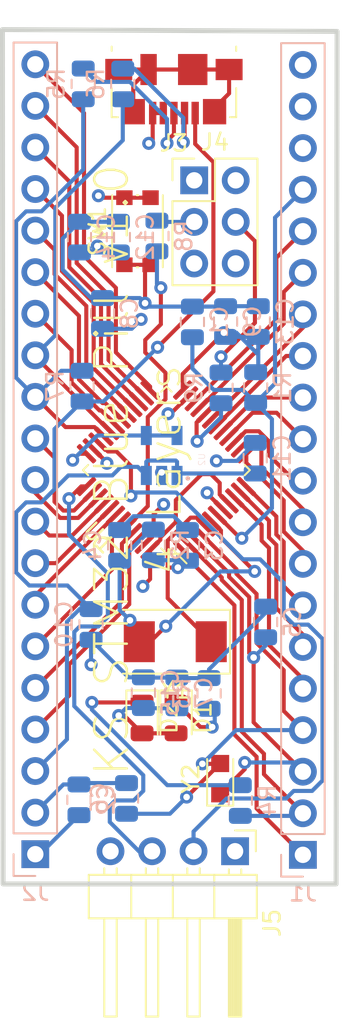
<source format=kicad_pcb>
(kicad_pcb (version 20171130) (host pcbnew "(5.1.6)-1")
  (layers (0 F.Cu signal) (1 GND signal hide) (2 3V3 signal hide) (31 B.Cu signal) (34 B.Paste user hide) (35 F.Paste user hide) (36 B.SilkS user hide) (37 F.SilkS user) (38 B.Mask user hide) (39 F.Mask user hide) (44 Edge.Cuts user))
  (net 0 "")
  (net 1 GND)
  (net 2 /RESET)
  (net 3 /3V3)
  (net 4 "Net-(C3-Pad2)")
  (net 5 /OSCIN)
  (net 6 /OSCOUT)
  (net 7 /PC14)
  (net 8 /PC15)
  (net 9 /5V)
  (net 10 "Net-(D1-Pad1)")
  (net 11 "Net-(D2-Pad1)")
  (net 12 /PB11)
  (net 13 /PB10)
  (net 14 /PB1)
  (net 15 /PB0)
  (net 16 /PA7)
  (net 17 /PA6)
  (net 18 /PA5)
  (net 19 /PA4)
  (net 20 /PA3)
  (net 21 /PA2)
  (net 22 /PA1)
  (net 23 /PA0)
  (net 24 /PC13)
  (net 25 /VBAT)
  (net 26 /PB12)
  (net 27 /PB13)
  (net 28 /PB14)
  (net 29 /PB15)
  (net 30 /PA8)
  (net 31 /PA9)
  (net 32 /PA10)
  (net 33 /PA11)
  (net 34 /PA12)
  (net 35 /PA15)
  (net 36 /PB3)
  (net 37 /PB4)
  (net 38 /PB5)
  (net 39 /PB6)
  (net 40 /PB7)
  (net 41 /PB8)
  (net 42 /PB9)
  (net 43 "Net-(J3-Pad6)")
  (net 44 "Net-(J3-Pad3)")
  (net 45 "Net-(J3-Pad2)")
  (net 46 "Net-(J4-Pad4)")
  (net 47 "Net-(J4-Pad3)")
  (net 48 /SWCLK)
  (net 49 /SWIO)
  (net 50 /BOOT0)
  (net 51 /BOOT1)
  (module Connector_USB:USB_Micro-B_Molex_47346-0001 (layer F.Cu) (at 130.43 63.61 180)
    (fp_text reference J3 (at 0 -3.3 180) (layer F.SilkS))
    (fp_text value USB_B_Micro)
    (pad 6 smd rect (at 1.55 1.2 180) (size 1 1.9) (layers F.Cu F.Paste F.Mask) (net 43 "Net-(J3-Pad6)"))
    (pad 6 smd rect (at -1.15 1.2 180) (size 1.8 1.9) (layers F.Cu F.Paste F.Mask) (net 43 "Net-(J3-Pad6)"))
    (pad 6 smd rect (at 3.375 1.2 180) (size 1.65 1.3) (layers F.Cu F.Paste F.Mask) (net 43 "Net-(J3-Pad6)"))
    (pad 6 smd rect (at -3.375 1.2 180) (size 1.65 1.3) (layers F.Cu F.Paste F.Mask) (net 43 "Net-(J3-Pad6)"))
    (pad 6 smd rect (at 2.4875 -1.375 180) (size 1.425 1.55) (layers F.Cu F.Paste F.Mask) (net 43 "Net-(J3-Pad6)"))
    (pad 6 smd rect (at -2.4875 -1.375 180) (size 1.425 1.55) (layers F.Cu F.Paste F.Mask) (net 43 "Net-(J3-Pad6)"))
    (pad 5 smd rect (at 1.3 -1.46 180) (size 0.45 1.38) (layers F.Cu F.Paste F.Mask) (net 1 GND))
    (pad 4 smd rect (at 0.65 -1.46 180) (size 0.45 1.38) (layers F.Cu F.Paste F.Mask) (net 1 GND))
    (pad 3 smd rect (at 0 -1.46 180) (size 0.45 1.38) (layers F.Cu F.Paste F.Mask) (net 44 "Net-(J3-Pad3)"))
    (pad 2 smd rect (at -0.65 -1.46 180) (size 0.45 1.38) (layers F.Cu F.Paste F.Mask) (net 45 "Net-(J3-Pad2)"))
    (pad 1 smd rect (at -1.3 -1.46 180) (size 0.45 1.38) (layers F.Cu F.Paste F.Mask) (net 9 /5V))
  )
  (module Button_Switch_SMD:SW_Push_1P1T_NO_CK_KMR2 (layer F.Cu) (at 128.2 72.29 90)
    (fp_text reference SW1 (at 0 -2.45 90) (layer F.SilkS))
    (fp_text value SW_MEC_5G)
    (pad 2 smd rect (at 2.05 0.8 90) (size 0.9 1) (layers F.Cu F.Paste F.Mask) (net 1 GND))
    (pad 1 smd rect (at 2.05 -0.8 90) (size 0.9 1) (layers F.Cu F.Paste F.Mask) (net 1 GND))
    (pad 2 smd rect (at -2.05 0.8 90) (size 0.9 1) (layers F.Cu F.Paste F.Mask) (net 1 GND))
    (pad 1 smd rect (at -2.05 -0.8 90) (size 0.9 1) (layers F.Cu F.Paste F.Mask) (net 1 GND))
  )
  (module Crystal:Crystal_SMD_2012-2Pin_2.0x1.2mm_HandSoldering (layer F.Cu) (at 133.26 105.735 90)
    (fp_text reference Y2 (at 0 -1.8 90) (layer F.SilkS))
    (fp_text value Crystal)
    (pad 2 smd rect (at 0.925 0 90) (size 1.05 1.1) (layers F.Cu F.Paste F.Mask) (net 8 /PC15))
    (pad 1 smd rect (at -0.925 0 90) (size 1.05 1.1) (layers F.Cu F.Paste F.Mask) (net 7 /PC14))
  )
  (module Crystal:Crystal_SMD_0603-2Pin_6.0x3.5mm (layer F.Cu) (at 130.51 97.37 180)
    (fp_text reference Y1 (at 0 -2.95) (layer F.SilkS))
    (fp_text value Crystal)
    (pad 2 smd rect (at 2.2 0 180) (size 1.9 2.5) (layers F.Cu F.Paste F.Mask) (net 6 /OSCOUT))
    (pad 1 smd rect (at -2.2 0 180) (size 1.9 2.5) (layers F.Cu F.Paste F.Mask) (net 5 /OSCIN))
  )
  (module STM32_blue_pill:SOT94P279X129-5N (layer B.Cu) (at 129.68 85.99 90)
    (fp_text reference U2 (at -0.250735 2.457239 90) (layer B.SilkS) (effects (font (size 0.394865 0.394865) (thickness 0.015)) (justify mirror)))
    (fp_text value RT9193-33GB)
    (pad 1 smd rect (at -1.22 0.94 90) (size 1.17 0.67) (layers B.Cu B.Paste B.Mask) (net 9 /5V))
    (pad 2 smd rect (at -1.22 0 90) (size 1.17 0.67) (layers B.Cu B.Paste B.Mask) (net 1 GND))
    (pad 3 smd rect (at -1.22 -0.94 90) (size 1.17 0.67) (layers B.Cu B.Paste B.Mask) (net 9 /5V))
    (pad 4 smd rect (at 1.22 -0.94 90) (size 1.17 0.67) (layers B.Cu B.Paste B.Mask) (net 3 /3V3))
    (pad 5 smd rect (at 1.22 0.94 90) (size 1.17 0.67) (layers B.Cu B.Paste B.Mask) (net 3 /3V3))
  )
  (module Package_QFP:LQFP-48_7x7mm_P0.5mm (layer F.Cu) (at 129.971212 86.882124 135)
    (fp_text reference U1 (at 0 -5.85 135) (layer F.SilkS))
    (fp_text value STM32F103C8Tx)
    (pad 48 smd roundrect (at -2.75 -4.1625 135) (size 0.3 1.475) (layers F.Cu F.Paste F.Mask) (net 3 /3V3))
    (pad 47 smd roundrect (at -2.25 -4.1625 135) (size 0.3 1.475) (layers F.Cu F.Paste F.Mask) (net 1 GND))
    (pad 46 smd roundrect (at -1.75 -4.1625 135) (size 0.3 1.475) (layers F.Cu F.Paste F.Mask) (net 42 /PB9))
    (pad 45 smd roundrect (at -1.25 -4.1625 135) (size 0.3 1.475) (layers F.Cu F.Paste F.Mask) (net 41 /PB8))
    (pad 44 smd roundrect (at -0.75 -4.1625 135) (size 0.3 1.475) (layers F.Cu F.Paste F.Mask) (net 50 /BOOT0))
    (pad 43 smd roundrect (at -0.25 -4.1625 135) (size 0.3 1.475) (layers F.Cu F.Paste F.Mask) (net 40 /PB7))
    (pad 42 smd roundrect (at 0.25 -4.1625 135) (size 0.3 1.475) (layers F.Cu F.Paste F.Mask) (net 39 /PB6))
    (pad 41 smd roundrect (at 0.75 -4.1625 135) (size 0.3 1.475) (layers F.Cu F.Paste F.Mask) (net 38 /PB5))
    (pad 40 smd roundrect (at 1.25 -4.1625 135) (size 0.3 1.475) (layers F.Cu F.Paste F.Mask) (net 37 /PB4))
    (pad 39 smd roundrect (at 1.75 -4.1625 135) (size 0.3 1.475) (layers F.Cu F.Paste F.Mask) (net 36 /PB3))
    (pad 38 smd roundrect (at 2.25 -4.1625 135) (size 0.3 1.475) (layers F.Cu F.Paste F.Mask) (net 35 /PA15))
    (pad 37 smd roundrect (at 2.75 -4.1625 135) (size 0.3 1.475) (layers F.Cu F.Paste F.Mask) (net 48 /SWCLK))
    (pad 36 smd roundrect (at 4.1625 -2.75 135) (size 1.475 0.3) (layers F.Cu F.Paste F.Mask) (net 3 /3V3))
    (pad 35 smd roundrect (at 4.1625 -2.25 135) (size 1.475 0.3) (layers F.Cu F.Paste F.Mask) (net 1 GND))
    (pad 34 smd roundrect (at 4.1625 -1.75 135) (size 1.475 0.3) (layers F.Cu F.Paste F.Mask) (net 49 /SWIO))
    (pad 33 smd roundrect (at 4.1625 -1.25 135) (size 1.475 0.3) (layers F.Cu F.Paste F.Mask) (net 34 /PA12))
    (pad 32 smd roundrect (at 4.1625 -0.75 135) (size 1.475 0.3) (layers F.Cu F.Paste F.Mask) (net 33 /PA11))
    (pad 31 smd roundrect (at 4.1625 -0.25 135) (size 1.475 0.3) (layers F.Cu F.Paste F.Mask) (net 32 /PA10))
    (pad 30 smd roundrect (at 4.1625 0.25 135) (size 1.475 0.3) (layers F.Cu F.Paste F.Mask) (net 31 /PA9))
    (pad 29 smd roundrect (at 4.1625 0.75 135) (size 1.475 0.3) (layers F.Cu F.Paste F.Mask) (net 30 /PA8))
    (pad 28 smd roundrect (at 4.1625 1.25 135) (size 1.475 0.3) (layers F.Cu F.Paste F.Mask) (net 29 /PB15))
    (pad 27 smd roundrect (at 4.1625 1.75 135) (size 1.475 0.3) (layers F.Cu F.Paste F.Mask) (net 28 /PB14))
    (pad 26 smd roundrect (at 4.1625 2.25 135) (size 1.475 0.3) (layers F.Cu F.Paste F.Mask) (net 27 /PB13))
    (pad 25 smd roundrect (at 4.1625 2.75 135) (size 1.475 0.3) (layers F.Cu F.Paste F.Mask) (net 26 /PB12))
    (pad 24 smd roundrect (at 2.75 4.1625 135) (size 0.3 1.475) (layers F.Cu F.Paste F.Mask) (net 3 /3V3))
    (pad 23 smd roundrect (at 2.25 4.1625 135) (size 0.3 1.475) (layers F.Cu F.Paste F.Mask) (net 1 GND))
    (pad 22 smd roundrect (at 1.75 4.1625 135) (size 0.3 1.475) (layers F.Cu F.Paste F.Mask) (net 12 /PB11))
    (pad 21 smd roundrect (at 1.25 4.1625 135) (size 0.3 1.475) (layers F.Cu F.Paste F.Mask) (net 13 /PB10))
    (pad 20 smd roundrect (at 0.75 4.1625 135) (size 0.3 1.475) (layers F.Cu F.Paste F.Mask) (net 51 /BOOT1))
    (pad 19 smd roundrect (at 0.25 4.1625 135) (size 0.3 1.475) (layers F.Cu F.Paste F.Mask) (net 14 /PB1))
    (pad 18 smd roundrect (at -0.25 4.1625 135) (size 0.3 1.475) (layers F.Cu F.Paste F.Mask) (net 15 /PB0))
    (pad 17 smd roundrect (at -0.75 4.1625 135) (size 0.3 1.475) (layers F.Cu F.Paste F.Mask) (net 16 /PA7))
    (pad 16 smd roundrect (at -1.25 4.1625 135) (size 0.3 1.475) (layers F.Cu F.Paste F.Mask) (net 17 /PA6))
    (pad 15 smd roundrect (at -1.75 4.1625 135) (size 0.3 1.475) (layers F.Cu F.Paste F.Mask) (net 18 /PA5))
    (pad 14 smd roundrect (at -2.25 4.1625 135) (size 0.3 1.475) (layers F.Cu F.Paste F.Mask) (net 19 /PA4))
    (pad 13 smd roundrect (at -2.75 4.1625 135) (size 0.3 1.475) (layers F.Cu F.Paste F.Mask) (net 20 /PA3))
    (pad 12 smd roundrect (at -4.1625 2.75 135) (size 1.475 0.3) (layers F.Cu F.Paste F.Mask) (net 21 /PA2))
    (pad 11 smd roundrect (at -4.1625 2.25 135) (size 1.475 0.3) (layers F.Cu F.Paste F.Mask) (net 22 /PA1))
    (pad 10 smd roundrect (at -4.1625 1.75 135) (size 1.475 0.3) (layers F.Cu F.Paste F.Mask) (net 23 /PA0))
    (pad 9 smd roundrect (at -4.1625 1.25 135) (size 1.475 0.3) (layers F.Cu F.Paste F.Mask) (net 3 /3V3))
    (pad 8 smd roundrect (at -4.1625 0.75 135) (size 1.475 0.3) (layers F.Cu F.Paste F.Mask) (net 1 GND))
    (pad 7 smd roundrect (at -4.1625 0.25 135) (size 1.475 0.3) (layers F.Cu F.Paste F.Mask) (net 2 /RESET))
    (pad 6 smd roundrect (at -4.1625 -0.25 135) (size 1.475 0.3) (layers F.Cu F.Paste F.Mask) (net 6 /OSCOUT))
    (pad 5 smd roundrect (at -4.1625 -0.75 135) (size 1.475 0.3) (layers F.Cu F.Paste F.Mask) (net 5 /OSCIN))
    (pad 4 smd roundrect (at -4.1625 -1.25 135) (size 1.475 0.3) (layers F.Cu F.Paste F.Mask) (net 8 /PC15))
    (pad 3 smd roundrect (at -4.1625 -1.75 135) (size 1.475 0.3) (layers F.Cu F.Paste F.Mask) (net 7 /PC14))
    (pad 2 smd roundrect (at -4.1625 -2.25 135) (size 1.475 0.3) (layers F.Cu F.Paste F.Mask) (net 24 /PC13))
    (pad 1 smd roundrect (at -4.1625 -2.75 135) (size 1.475 0.3) (layers F.Cu F.Paste F.Mask) (net 25 /VBAT))
  )
  (module Resistor_SMD:R_0805_2012Metric (layer B.Cu) (at 133.31 81.86 270)
    (fp_text reference R9 (at 0 1.65 90) (layer B.SilkS) (effects (justify mirror)))
    (fp_text value R)
    (pad 2 smd roundrect (at 0.9375 0 270) (size 0.975 1.4) (layers B.Cu B.Paste B.Mask) (net 51 /BOOT1))
    (pad 1 smd roundrect (at -0.9375 0 270) (size 0.975 1.4) (layers B.Cu B.Paste B.Mask) (net 46 "Net-(J4-Pad4)"))
  )
  (module Resistor_SMD:R_0805_2012Metric (layer B.Cu) (at 129.39 72.58 90)
    (fp_text reference R8 (at 0 1.65 90) (layer B.SilkS) (effects (justify mirror)))
    (fp_text value R)
    (pad 2 smd roundrect (at 0.9375 0 90) (size 0.975 1.4) (layers B.Cu B.Paste B.Mask) (net 47 "Net-(J4-Pad3)"))
    (pad 1 smd roundrect (at -0.9375 0 90) (size 0.975 1.4) (layers B.Cu B.Paste B.Mask) (net 50 /BOOT0))
  )
  (module Resistor_SMD:R_0805_2012Metric (layer B.Cu) (at 124.81 81.7525 270)
    (fp_text reference R7 (at 0 1.65 90) (layer B.SilkS) (effects (justify mirror)))
    (fp_text value R)
    (pad 2 smd roundrect (at 0.9375 0 270) (size 0.975 1.4) (layers B.Cu B.Paste B.Mask) (net 9 /5V))
    (pad 1 smd roundrect (at -0.9375 0 270) (size 0.975 1.4) (layers B.Cu B.Paste B.Mask) (net 34 /PA12))
  )
  (module Resistor_SMD:R_0805_2012Metric (layer B.Cu) (at 127.3 63.29 270)
    (fp_text reference R6 (at 0 1.65 90) (layer B.SilkS) (effects (justify mirror)))
    (fp_text value R)
    (pad 2 smd roundrect (at 0.9375 0 270) (size 0.975 1.4) (layers B.Cu B.Paste B.Mask) (net 33 /PA11))
    (pad 1 smd roundrect (at -0.9375 0 270) (size 0.975 1.4) (layers B.Cu B.Paste B.Mask) (net 45 "Net-(J3-Pad2)"))
  )
  (module Resistor_SMD:R_0805_2012Metric (layer B.Cu) (at 124.88 63.2875 270)
    (fp_text reference R5 (at 0 1.65 90) (layer B.SilkS) (effects (justify mirror)))
    (fp_text value R)
    (pad 2 smd roundrect (at 0.9375 0 270) (size 0.975 1.4) (layers B.Cu B.Paste B.Mask) (net 34 /PA12))
    (pad 1 smd roundrect (at -0.9375 0 270) (size 0.975 1.4) (layers B.Cu B.Paste B.Mask) (net 44 "Net-(J3-Pad3)"))
  )
  (module Resistor_SMD:R_0805_2012Metric (layer B.Cu) (at 134.49 107.0725 90)
    (fp_text reference R4 (at 0 1.65 90) (layer B.SilkS) (effects (justify mirror)))
    (fp_text value R)
    (pad 2 smd roundrect (at 0.9375 0 90) (size 0.975 1.4) (layers B.Cu B.Paste B.Mask) (net 11 "Net-(D2-Pad1)"))
    (pad 1 smd roundrect (at -0.9375 0 90) (size 0.975 1.4) (layers B.Cu B.Paste B.Mask) (net 24 /PC13))
  )
  (module Resistor_SMD:R_0805_2012Metric (layer B.Cu) (at 132.58 100.5275 270)
    (fp_text reference R3 (at 0 1.65 90) (layer B.SilkS) (effects (justify mirror)))
    (fp_text value R)
    (pad 2 smd roundrect (at 0.9375 0 270) (size 0.975 1.4) (layers B.Cu B.Paste B.Mask) (net 10 "Net-(D1-Pad1)"))
    (pad 1 smd roundrect (at -0.9375 0 270) (size 0.975 1.4) (layers B.Cu B.Paste B.Mask) (net 1 GND))
  )
  (module Resistor_SMD:R_0805_2012Metric (layer B.Cu) (at 129.17 91.4525 90)
    (fp_text reference R2 (at 0 1.65 90) (layer B.SilkS) (effects (justify mirror)))
    (fp_text value R)
    (pad 2 smd roundrect (at 0.9375 0 90) (size 0.975 1.4) (layers B.Cu B.Paste B.Mask) (net 6 /OSCOUT))
    (pad 1 smd roundrect (at -0.9375 0 90) (size 0.975 1.4) (layers B.Cu B.Paste B.Mask) (net 5 /OSCIN))
  )
  (module Resistor_SMD:R_0805_2012Metric (layer B.Cu) (at 135.43 81.84 90)
    (fp_text reference R1 (at 0 1.65 90) (layer B.SilkS) (effects (justify mirror)))
    (fp_text value R)
    (pad 2 smd roundrect (at 0.9375 0 90) (size 0.975 1.4) (layers B.Cu B.Paste B.Mask) (net 3 /3V3))
    (pad 1 smd roundrect (at -0.9375 0 90) (size 0.975 1.4) (layers B.Cu B.Paste B.Mask) (net 2 /RESET))
  )
  (module Connector_PinHeader_2.54mm:PinHeader_1x04_P2.54mm_Horizontal (layer F.Cu) (at 134.17 110.17 270)
    (fp_text reference J5 (at 4.385 -2.27 90) (layer F.SilkS))
    (fp_text value Conn_01x04)
    (pad 4 thru_hole oval (at 0 7.62 270) (size 1.7 1.7) (drill 1) (layers *.Cu *.Mask) (net 1 GND))
    (pad 3 thru_hole oval (at 0 5.08 270) (size 1.7 1.7) (drill 1) (layers *.Cu *.Mask) (net 48 /SWCLK))
    (pad 2 thru_hole oval (at 0 2.54 270) (size 1.7 1.7) (drill 1) (layers *.Cu *.Mask) (net 49 /SWIO))
    (pad 1 thru_hole rect (at 0 0 270) (size 1.7 1.7) (drill 1) (layers *.Cu *.Mask) (net 3 /3V3))
  )
  (module Connector_PinHeader_2.54mm:PinHeader_2x03_P2.54mm_Vertical (layer F.Cu) (at 131.67 69.18)
    (fp_text reference J4 (at 1.27 -2.33) (layer F.SilkS))
    (fp_text value Conn_02x03_Odd_Even)
    (pad 6 thru_hole oval (at 2.54 5.08) (size 1.7 1.7) (drill 1) (layers *.Cu *.Mask) (net 1 GND))
    (pad 5 thru_hole oval (at 0 5.08) (size 1.7 1.7) (drill 1) (layers *.Cu *.Mask) (net 1 GND))
    (pad 4 thru_hole oval (at 2.54 2.54) (size 1.7 1.7) (drill 1) (layers *.Cu *.Mask) (net 46 "Net-(J4-Pad4)"))
    (pad 3 thru_hole oval (at 0 2.54) (size 1.7 1.7) (drill 1) (layers *.Cu *.Mask) (net 47 "Net-(J4-Pad3)"))
    (pad 2 thru_hole oval (at 2.54 0) (size 1.7 1.7) (drill 1) (layers *.Cu *.Mask) (net 3 /3V3))
    (pad 1 thru_hole rect (at 0 0) (size 1.7 1.7) (drill 1) (layers *.Cu *.Mask) (net 3 /3V3))
  )
  (module Connector_PinHeader_2.54mm:PinHeader_1x20_P2.54mm_Vertical (layer B.Cu) (at 121.95 110.35)
    (fp_text reference J2 (at 0 2.33) (layer B.SilkS) (effects (justify mirror)))
    (fp_text value Conn_01x20)
    (pad 20 thru_hole oval (at 0 -48.26) (size 1.7 1.7) (drill 1) (layers *.Cu *.Mask) (net 26 /PB12))
    (pad 19 thru_hole oval (at 0 -45.72) (size 1.7 1.7) (drill 1) (layers *.Cu *.Mask) (net 27 /PB13))
    (pad 18 thru_hole oval (at 0 -43.18) (size 1.7 1.7) (drill 1) (layers *.Cu *.Mask) (net 28 /PB14))
    (pad 17 thru_hole oval (at 0 -40.64) (size 1.7 1.7) (drill 1) (layers *.Cu *.Mask) (net 29 /PB15))
    (pad 16 thru_hole oval (at 0 -38.1) (size 1.7 1.7) (drill 1) (layers *.Cu *.Mask) (net 30 /PA8))
    (pad 15 thru_hole oval (at 0 -35.56) (size 1.7 1.7) (drill 1) (layers *.Cu *.Mask) (net 31 /PA9))
    (pad 14 thru_hole oval (at 0 -33.02) (size 1.7 1.7) (drill 1) (layers *.Cu *.Mask) (net 32 /PA10))
    (pad 13 thru_hole oval (at 0 -30.48) (size 1.7 1.7) (drill 1) (layers *.Cu *.Mask) (net 33 /PA11))
    (pad 12 thru_hole oval (at 0 -27.94) (size 1.7 1.7) (drill 1) (layers *.Cu *.Mask) (net 34 /PA12))
    (pad 11 thru_hole oval (at 0 -25.4) (size 1.7 1.7) (drill 1) (layers *.Cu *.Mask) (net 35 /PA15))
    (pad 10 thru_hole oval (at 0 -22.86) (size 1.7 1.7) (drill 1) (layers *.Cu *.Mask) (net 36 /PB3))
    (pad 9 thru_hole oval (at 0 -20.32) (size 1.7 1.7) (drill 1) (layers *.Cu *.Mask) (net 37 /PB4))
    (pad 8 thru_hole oval (at 0 -17.78) (size 1.7 1.7) (drill 1) (layers *.Cu *.Mask) (net 38 /PB5))
    (pad 7 thru_hole oval (at 0 -15.24) (size 1.7 1.7) (drill 1) (layers *.Cu *.Mask) (net 39 /PB6))
    (pad 6 thru_hole oval (at 0 -12.7) (size 1.7 1.7) (drill 1) (layers *.Cu *.Mask) (net 40 /PB7))
    (pad 5 thru_hole oval (at 0 -10.16) (size 1.7 1.7) (drill 1) (layers *.Cu *.Mask) (net 41 /PB8))
    (pad 4 thru_hole oval (at 0 -7.62) (size 1.7 1.7) (drill 1) (layers *.Cu *.Mask) (net 42 /PB9))
    (pad 3 thru_hole oval (at 0 -5.08) (size 1.7 1.7) (drill 1) (layers *.Cu *.Mask) (net 9 /5V))
    (pad 2 thru_hole oval (at 0 -2.54) (size 1.7 1.7) (drill 1) (layers *.Cu *.Mask) (net 1 GND))
    (pad 1 thru_hole rect (at 0 0) (size 1.7 1.7) (drill 1) (layers *.Cu *.Mask) (net 3 /3V3))
  )
  (module Connector_PinHeader_2.54mm:PinHeader_1x20_P2.54mm_Vertical (layer B.Cu) (at 138.32 110.39)
    (fp_text reference J1 (at 0 2.33) (layer B.SilkS) (effects (justify mirror)))
    (fp_text value Conn_01x20)
    (pad 20 thru_hole oval (at 0 -48.26) (size 1.7 1.7) (drill 1) (layers *.Cu *.Mask) (net 1 GND))
    (pad 19 thru_hole oval (at 0 -45.72) (size 1.7 1.7) (drill 1) (layers *.Cu *.Mask) (net 1 GND))
    (pad 18 thru_hole oval (at 0 -43.18) (size 1.7 1.7) (drill 1) (layers *.Cu *.Mask) (net 3 /3V3))
    (pad 17 thru_hole oval (at 0 -40.64) (size 1.7 1.7) (drill 1) (layers *.Cu *.Mask) (net 2 /RESET))
    (pad 16 thru_hole oval (at 0 -38.1) (size 1.7 1.7) (drill 1) (layers *.Cu *.Mask) (net 12 /PB11))
    (pad 15 thru_hole oval (at 0 -35.56) (size 1.7 1.7) (drill 1) (layers *.Cu *.Mask) (net 13 /PB10))
    (pad 14 thru_hole oval (at 0 -33.02) (size 1.7 1.7) (drill 1) (layers *.Cu *.Mask) (net 14 /PB1))
    (pad 13 thru_hole oval (at 0 -30.48) (size 1.7 1.7) (drill 1) (layers *.Cu *.Mask) (net 15 /PB0))
    (pad 12 thru_hole oval (at 0 -27.94) (size 1.7 1.7) (drill 1) (layers *.Cu *.Mask) (net 16 /PA7))
    (pad 11 thru_hole oval (at 0 -25.4) (size 1.7 1.7) (drill 1) (layers *.Cu *.Mask) (net 17 /PA6))
    (pad 10 thru_hole oval (at 0 -22.86) (size 1.7 1.7) (drill 1) (layers *.Cu *.Mask) (net 18 /PA5))
    (pad 9 thru_hole oval (at 0 -20.32) (size 1.7 1.7) (drill 1) (layers *.Cu *.Mask) (net 19 /PA4))
    (pad 8 thru_hole oval (at 0 -17.78) (size 1.7 1.7) (drill 1) (layers *.Cu *.Mask) (net 20 /PA3))
    (pad 7 thru_hole oval (at 0 -15.24) (size 1.7 1.7) (drill 1) (layers *.Cu *.Mask) (net 21 /PA2))
    (pad 6 thru_hole oval (at 0 -12.7) (size 1.7 1.7) (drill 1) (layers *.Cu *.Mask) (net 22 /PA1))
    (pad 5 thru_hole oval (at 0 -10.16) (size 1.7 1.7) (drill 1) (layers *.Cu *.Mask) (net 23 /PA0))
    (pad 4 thru_hole oval (at 0 -7.62) (size 1.7 1.7) (drill 1) (layers *.Cu *.Mask) (net 8 /PC15))
    (pad 3 thru_hole oval (at 0 -5.08) (size 1.7 1.7) (drill 1) (layers *.Cu *.Mask) (net 7 /PC14))
    (pad 2 thru_hole oval (at 0 -2.54) (size 1.7 1.7) (drill 1) (layers *.Cu *.Mask) (net 24 /PC13))
    (pad 1 thru_hole rect (at 0 0) (size 1.7 1.7) (drill 1) (layers *.Cu *.Mask) (net 25 /VBAT))
  )
  (module LED_SMD:LED_0805_2012Metric (layer F.Cu) (at 128.48 102.03 270)
    (fp_text reference D2 (at 0 -1.65 90) (layer F.SilkS))
    (fp_text value LED)
    (pad 2 smd roundrect (at 0.9375 0 270) (size 0.975 1.4) (layers F.Cu F.Paste F.Mask) (net 3 /3V3))
    (pad 1 smd roundrect (at -0.9375 0 270) (size 0.975 1.4) (layers F.Cu F.Paste F.Mask) (net 11 "Net-(D2-Pad1)"))
  )
  (module LED_SMD:LED_0805_2012Metric (layer F.Cu) (at 130.56 102.0275 270)
    (fp_text reference D1 (at 0 -1.65 90) (layer F.SilkS))
    (fp_text value LED)
    (pad 2 smd roundrect (at 0.9375 0 270) (size 0.975 1.4) (layers F.Cu F.Paste F.Mask) (net 3 /3V3))
    (pad 1 smd roundrect (at -0.9375 0 270) (size 0.975 1.4) (layers F.Cu F.Paste F.Mask) (net 10 "Net-(D1-Pad1)"))
  )
  (module Capacitor_SMD:C_0805_2012Metric (layer B.Cu) (at 128.56 100.4825 90)
    (fp_text reference C15 (at 0 1.65 90) (layer B.SilkS) (effects (justify mirror)))
    (fp_text value C)
    (pad 2 smd roundrect (at 0.9375 0 90) (size 0.975 1.4) (layers B.Cu B.Paste B.Mask) (net 1 GND))
    (pad 1 smd roundrect (at -0.9375 0 90) (size 0.975 1.4) (layers B.Cu B.Paste B.Mask) (net 3 /3V3))
  )
  (module Capacitor_SMD:C_0805_2012Metric (layer B.Cu) (at 124.65 72.6475 90)
    (fp_text reference C14 (at 0 1.65 90) (layer B.SilkS) (effects (justify mirror)))
    (fp_text value C)
    (pad 2 smd roundrect (at 0.9375 0 90) (size 0.975 1.4) (layers B.Cu B.Paste B.Mask) (net 1 GND))
    (pad 1 smd roundrect (at -0.9375 0 90) (size 0.975 1.4) (layers B.Cu B.Paste B.Mask) (net 3 /3V3))
  )
  (module Capacitor_SMD:C_0805_2012Metric (layer B.Cu) (at 135.59 77.8075 90)
    (fp_text reference C13 (at 0 1.65 90) (layer B.SilkS) (effects (justify mirror)))
    (fp_text value C)
    (pad 2 smd roundrect (at 0.9375 0 90) (size 0.975 1.4) (layers B.Cu B.Paste B.Mask) (net 1 GND))
    (pad 1 smd roundrect (at -0.9375 0 90) (size 0.975 1.4) (layers B.Cu B.Paste B.Mask) (net 3 /3V3))
  )
  (module Capacitor_SMD:C_0805_2012Metric (layer B.Cu) (at 127.03 72.6475 90)
    (fp_text reference C12 (at 0 1.65 90) (layer B.SilkS) (effects (justify mirror)))
    (fp_text value C)
    (pad 2 smd roundrect (at 0.9375 0 90) (size 0.975 1.4) (layers B.Cu B.Paste B.Mask) (net 1 GND))
    (pad 1 smd roundrect (at -0.9375 0 90) (size 0.975 1.4) (layers B.Cu B.Paste B.Mask) (net 3 /3V3))
  )
  (module Capacitor_SMD:C_0805_2012Metric (layer B.Cu) (at 135.4 86.1525 90)
    (fp_text reference C11 (at 0 1.65 90) (layer B.SilkS) (effects (justify mirror)))
    (fp_text value C)
    (pad 2 smd roundrect (at 0.9375 0 90) (size 0.975 1.4) (layers B.Cu B.Paste B.Mask) (net 1 GND))
    (pad 1 smd roundrect (at -0.9375 0 90) (size 0.975 1.4) (layers B.Cu B.Paste B.Mask) (net 9 /5V))
  )
  (module Capacitor_SMD:C_0805_2012Metric (layer B.Cu) (at 125.36 96.3125 270)
    (fp_text reference C10 (at 0 1.65 90) (layer B.SilkS) (effects (justify mirror)))
    (fp_text value C)
    (pad 2 smd roundrect (at 0.9375 0 270) (size 0.975 1.4) (layers B.Cu B.Paste B.Mask) (net 1 GND))
    (pad 1 smd roundrect (at -0.9375 0 270) (size 0.975 1.4) (layers B.Cu B.Paste B.Mask) (net 9 /5V))
  )
  (module Capacitor_SMD:C_0805_2012Metric (layer B.Cu) (at 133.59 77.8075 90)
    (fp_text reference C9 (at 0 1.65 90) (layer B.SilkS) (effects (justify mirror)))
    (fp_text value C)
    (pad 2 smd roundrect (at 0.9375 0 90) (size 0.975 1.4) (layers B.Cu B.Paste B.Mask) (net 1 GND))
    (pad 1 smd roundrect (at -0.9375 0 90) (size 0.975 1.4) (layers B.Cu B.Paste B.Mask) (net 3 /3V3))
  )
  (module Capacitor_SMD:C_0805_2012Metric (layer B.Cu) (at 126.06 77.31 90)
    (fp_text reference C8 (at 0 1.65 90) (layer B.SilkS) (effects (justify mirror)))
    (fp_text value C)
    (pad 2 smd roundrect (at 0.9375 0 90) (size 0.975 1.4) (layers B.Cu B.Paste B.Mask) (net 1 GND))
    (pad 1 smd roundrect (at -0.9375 0 90) (size 0.975 1.4) (layers B.Cu B.Paste B.Mask) (net 3 /3V3))
  )
  (module Capacitor_SMD:C_0805_2012Metric (layer B.Cu) (at 130.61 100.4975 90)
    (fp_text reference C7 (at 0 1.65 90) (layer B.SilkS) (effects (justify mirror)))
    (fp_text value C)
    (pad 2 smd roundrect (at 0.9375 0 90) (size 0.975 1.4) (layers B.Cu B.Paste B.Mask) (net 1 GND))
    (pad 1 smd roundrect (at -0.9375 0 90) (size 0.975 1.4) (layers B.Cu B.Paste B.Mask) (net 3 /3V3))
  )
  (module Capacitor_SMD:C_0805_2012Metric (layer B.Cu) (at 127.53 106.9425 270)
    (fp_text reference C6 (at 0 1.65 90) (layer B.SilkS) (effects (justify mirror)))
    (fp_text value C)
    (pad 2 smd roundrect (at 0.9375 0 270) (size 0.975 1.4) (layers B.Cu B.Paste B.Mask) (net 8 /PC15))
    (pad 1 smd roundrect (at -0.9375 0 270) (size 0.975 1.4) (layers B.Cu B.Paste B.Mask) (net 1 GND))
  )
  (module Capacitor_SMD:C_0805_2012Metric (layer B.Cu) (at 136.04 96.1625 90)
    (fp_text reference C5 (at 0 1.65 90) (layer B.SilkS) (effects (justify mirror)))
    (fp_text value C)
    (pad 2 smd roundrect (at 0.9375 0 90) (size 0.975 1.4) (layers B.Cu B.Paste B.Mask) (net 1 GND))
    (pad 1 smd roundrect (at -0.9375 0 90) (size 0.975 1.4) (layers B.Cu B.Paste B.Mask) (net 7 /PC14))
  )
  (module Capacitor_SMD:C_0805_2012Metric (layer B.Cu) (at 127.11 91.4825 270)
    (fp_text reference C4 (at 0 1.65 90) (layer B.SilkS) (effects (justify mirror)))
    (fp_text value C)
    (pad 2 smd roundrect (at 0.9375 0 270) (size 0.975 1.4) (layers B.Cu B.Paste B.Mask) (net 6 /OSCOUT))
    (pad 1 smd roundrect (at -0.9375 0 270) (size 0.975 1.4) (layers B.Cu B.Paste B.Mask) (net 4 "Net-(C3-Pad2)"))
  )
  (module Capacitor_SMD:C_0805_2012Metric (layer B.Cu) (at 131.26 91.4825 90)
    (fp_text reference C3 (at 0 1.65 90) (layer B.SilkS) (effects (justify mirror)))
    (fp_text value C)
    (pad 2 smd roundrect (at 0.9375 0 90) (size 0.975 1.4) (layers B.Cu B.Paste B.Mask) (net 4 "Net-(C3-Pad2)"))
    (pad 1 smd roundrect (at -0.9375 0 90) (size 0.975 1.4) (layers B.Cu B.Paste B.Mask) (net 5 /OSCIN))
  )
  (module Capacitor_SMD:C_0805_2012Metric (layer B.Cu) (at 124.62 107.0275 90)
    (fp_text reference C2 (at 0 1.65 90) (layer B.SilkS) (effects (justify mirror)))
    (fp_text value C)
    (pad 2 smd roundrect (at 0.9375 0 90) (size 0.975 1.4) (layers B.Cu B.Paste B.Mask) (net 1 GND))
    (pad 1 smd roundrect (at -0.9375 0 90) (size 0.975 1.4) (layers B.Cu B.Paste B.Mask) (net 3 /3V3))
  )
  (module Capacitor_SMD:C_0805_2012Metric (layer B.Cu) (at 131.56 77.83 90)
    (fp_text reference C1 (at 0 1.65 90) (layer B.SilkS) (effects (justify mirror)))
    (fp_text value C)
    (pad 2 smd roundrect (at 0.9375 0 90) (size 0.975 1.4) (layers B.Cu B.Paste B.Mask) (net 1 GND))
    (pad 1 smd roundrect (at -0.9375 0 90) (size 0.975 1.4) (layers B.Cu B.Paste B.Mask) (net 2 /RESET))
  )
  (gr_text "KS STM32 Blue Pill v1.0\n4 Layers" (at 128.24 86.87 90) (layer F.SilkS) (effects (font (size 2 2))))
  (gr_line (start 119.94 59.97) (end 140.41 60.08) (layer Edge.Cuts) (width 0.3))
  (gr_line (start 140.35 112.17) (end 140.41 60.08) (layer Edge.Cuts) (width 0.3))
  (gr_line (start 119.98 112.17) (end 140.35 112.17) (layer Edge.Cuts) (width 0.3))
  (gr_line (start 119.94 59.97) (end 119.98 112.17) (layer Edge.Cuts) (width 0.3))
  (segment (start 123.67 106.09) (end 121.95 107.81) (width 0.25) (layer B.Cu) (net 1))
  (segment (start 124.62 106.09) (end 123.67 106.09) (width 0.25) (layer B.Cu) (net 1))
  (segment (start 124.705 106.005) (end 124.62 106.09) (width 0.25) (layer B.Cu) (net 1))
  (segment (start 127.53 106.005) (end 124.705 106.005) (width 0.25) (layer B.Cu) (net 1))
  (segment (start 130.64 99.59) (end 130.61 99.56) (width 0.25) (layer B.Cu) (net 1))
  (segment (start 132.58 99.59) (end 130.64 99.59) (width 0.25) (layer B.Cu) (net 1))
  (segment (start 128.575 99.56) (end 128.56 99.545) (width 0.25) (layer B.Cu) (net 1))
  (segment (start 130.61 99.56) (end 128.575 99.56) (width 0.25) (layer B.Cu) (net 1))
  (segment (start 127.655 99.545) (end 125.36 97.25) (width 0.25) (layer B.Cu) (net 1))
  (segment (start 128.56 99.545) (end 127.655 99.545) (width 0.25) (layer B.Cu) (net 1))
  (segment (start 132.58 99.05565) (end 136.04 95.59565) (width 0.25) (layer B.Cu) (net 1))
  (segment (start 136.04 95.59565) (end 136.04 95.225) (width 0.25) (layer B.Cu) (net 1))
  (segment (start 132.58 99.59) (end 132.58 99.05565) (width 0.25) (layer B.Cu) (net 1))
  (segment (start 125.36 97.25) (end 125.36 98.77) (width 0.25) (layer B.Cu) (net 1))
  (via (at 125.36 98.77) (size 0.8) (drill 0.4) (layers F.Cu B.Cu) (net 1))
  (segment (start 124.65 71.71) (end 127.03 71.71) (width 0.25) (layer B.Cu) (net 1))
  (segment (start 133.5675 76.8925) (end 133.59 76.87) (width 0.25) (layer B.Cu) (net 1))
  (segment (start 131.56 76.8925) (end 133.5675 76.8925) (width 0.25) (layer B.Cu) (net 1))
  (segment (start 133.59 76.87) (end 135.59 76.87) (width 0.25) (layer B.Cu) (net 1))
  (via (at 130.07 83.44) (size 0.8) (drill 0.4) (layers F.Cu B.Cu) (net 1))
  (segment (start 131.323554 82.347802) (end 130.231356 83.44) (width 0.25) (layer F.Cu) (net 1))
  (segment (start 130.231356 83.44) (end 130.07 83.44) (width 0.25) (layer F.Cu) (net 1))
  (via (at 132.46 88.27) (size 0.8) (drill 0.4) (layers F.Cu B.Cu) (net 1))
  (segment (start 133.444874 89.295126) (end 132.46 88.310252) (width 0.25) (layer F.Cu) (net 1))
  (segment (start 132.46 88.310252) (end 132.46 88.27) (width 0.25) (layer F.Cu) (net 1))
  (segment (start 127.4 74.34) (end 129 74.34) (width 0.25) (layer F.Cu) (net 1))
  (segment (start 127.4 70.24) (end 129 70.24) (width 0.25) (layer F.Cu) (net 1))
  (segment (start 129.13 65.07) (end 129.78 65.07) (width 0.25) (layer F.Cu) (net 1))
  (segment (start 129.13 65.07) (end 129.13 66.99) (width 0.25) (layer F.Cu) (net 1))
  (via (at 128.89 66.92) (size 0.8) (drill 0.4) (layers F.Cu B.Cu) (net 1))
  (segment (start 129.13 66.99) (end 129.06 66.92) (width 0.25) (layer F.Cu) (net 1))
  (segment (start 129.06 66.92) (end 128.89 66.92) (width 0.25) (layer F.Cu) (net 1))
  (segment (start 127.4 70.24) (end 125.97 70.24) (width 0.25) (layer F.Cu) (net 1))
  (via (at 125.81 70.12) (size 0.8) (drill 0.4) (layers F.Cu B.Cu) (net 1))
  (segment (start 125.97 70.24) (end 125.85 70.12) (width 0.25) (layer F.Cu) (net 1))
  (segment (start 125.85 70.12) (end 125.81 70.12) (width 0.25) (layer F.Cu) (net 1))
  (segment (start 126.06 76.3725) (end 125.36 76.3725) (width 0.25) (layer B.Cu) (net 1))
  (segment (start 125.36 76.3725) (end 123.62499 74.63749) (width 0.25) (layer B.Cu) (net 1))
  (segment (start 123.62499 72.73501) (end 124.65 71.71) (width 0.25) (layer B.Cu) (net 1))
  (segment (start 123.62499 74.63749) (end 123.62499 72.73501) (width 0.25) (layer B.Cu) (net 1))
  (segment (start 129.68 87.21) (end 129.68 87.029997) (width 0.25) (layer B.Cu) (net 1))
  (via (at 129.675012 87.025009) (size 0.8) (drill 0.4) (layers F.Cu B.Cu) (net 1))
  (segment (start 129.68 87.029997) (end 129.675012 87.025009) (width 0.25) (layer B.Cu) (net 1))
  (segment (start 135.4 85.215) (end 134.295 86.32) (width 0.25) (layer B.Cu) (net 1))
  (via (at 133.03 86.32) (size 0.8) (drill 0.4) (layers F.Cu B.Cu) (net 1))
  (segment (start 134.295 86.32) (end 133.03 86.32) (width 0.25) (layer B.Cu) (net 1))
  (segment (start 128.87194 76.8925) (end 128.663425 76.683985) (width 0.25) (layer B.Cu) (net 1))
  (segment (start 126.06 76.3725) (end 128.35194 76.3725) (width 0.25) (layer B.Cu) (net 1))
  (segment (start 131.56 76.8925) (end 128.87194 76.8925) (width 0.25) (layer B.Cu) (net 1))
  (via (at 128.663425 76.683985) (size 0.8) (drill 0.4) (layers F.Cu B.Cu) (net 1))
  (segment (start 128.35194 76.3725) (end 128.663425 76.683985) (width 0.25) (layer B.Cu) (net 1))
  (segment (start 128.663425 74.676575) (end 128.663425 76.683985) (width 0.25) (layer F.Cu) (net 1))
  (segment (start 129 74.34) (end 128.663425 74.676575) (width 0.25) (layer F.Cu) (net 1))
  (segment (start 125.43689 85.529782) (end 126.331193 86.424085) (width 0.25) (layer F.Cu) (net 1))
  (via (at 126.331193 86.466484) (size 0.8) (drill 0.4) (layers F.Cu B.Cu) (net 1))
  (segment (start 126.331193 86.424085) (end 126.331193 86.466484) (width 0.25) (layer F.Cu) (net 1))
  (via (at 129.798621 88.97748) (size 0.8) (drill 0.4) (layers F.Cu B.Cu) (net 1))
  (segment (start 128.61887 91.381106) (end 129.186818 90.813158) (width 0.25) (layer F.Cu) (net 1))
  (segment (start 129.186818 89.589283) (end 129.798621 88.97748) (width 0.25) (layer F.Cu) (net 1))
  (segment (start 129.186818 90.813158) (end 129.186818 89.589283) (width 0.25) (layer F.Cu) (net 1))
  (segment (start 128.61887 91.416446) (end 128.61887 91.381106) (width 0.25) (layer F.Cu) (net 1))
  (segment (start 132.86814 81.98499) (end 131.56 80.67685) (width 0.25) (layer B.Cu) (net 2))
  (segment (start 131.56 80.67685) (end 131.56 78.7675) (width 0.25) (layer B.Cu) (net 2))
  (segment (start 134.63749 81.98499) (end 132.86814 81.98499) (width 0.25) (layer B.Cu) (net 2))
  (segment (start 135.43 82.7775) (end 134.63749 81.98499) (width 0.25) (layer B.Cu) (net 2))
  (segment (start 136.61501 71.45499) (end 138.32 69.75) (width 0.25) (layer B.Cu) (net 2))
  (segment (start 135.43 82.7775) (end 136.61501 81.59249) (width 0.25) (layer B.Cu) (net 2))
  (segment (start 136.61501 81.59249) (end 136.61501 71.45499) (width 0.25) (layer B.Cu) (net 2))
  (segment (start 136.42501 83.77251) (end 136.42501 89.20499) (width 0.25) (layer B.Cu) (net 2))
  (segment (start 134.489982 91.04734) (end 134.58266 91.04734) (width 0.25) (layer F.Cu) (net 2))
  (segment (start 136.42501 89.20499) (end 134.58266 91.04734) (width 0.25) (layer B.Cu) (net 2))
  (via (at 134.58266 91.04734) (size 0.8) (drill 0.4) (layers F.Cu B.Cu) (net 2))
  (segment (start 133.091321 89.648679) (end 134.489982 91.04734) (width 0.25) (layer F.Cu) (net 2))
  (segment (start 135.43 82.7775) (end 136.42501 83.77251) (width 0.25) (layer B.Cu) (net 2))
  (segment (start 127.03 73.585) (end 124.65 73.585) (width 0.25) (layer B.Cu) (net 3))
  (segment (start 135.59 78.745) (end 133.59 78.745) (width 0.25) (layer B.Cu) (net 3))
  (segment (start 135.59 80.7425) (end 135.43 80.9025) (width 0.25) (layer B.Cu) (net 3))
  (segment (start 130.62 84.77) (end 128.74 84.77) (width 0.25) (layer B.Cu) (net 3))
  (segment (start 128.575 101.435) (end 128.56 101.42) (width 0.25) (layer B.Cu) (net 3))
  (segment (start 130.61 101.435) (end 128.575 101.435) (width 0.25) (layer B.Cu) (net 3))
  (segment (start 128.4825 102.965) (end 128.48 102.9675) (width 0.25) (layer F.Cu) (net 3))
  (segment (start 130.56 102.965) (end 128.4825 102.965) (width 0.25) (layer F.Cu) (net 3))
  (segment (start 122.235 110.35) (end 121.95 110.35) (width 0.25) (layer B.Cu) (net 3))
  (segment (start 124.62 107.965) (end 122.235 110.35) (width 0.25) (layer B.Cu) (net 3))
  (segment (start 135.59 78.745) (end 135.59 79.83) (width 0.25) (layer B.Cu) (net 3))
  (segment (start 135.59 79.83) (end 135.59 80.7425) (width 0.25) (layer B.Cu) (net 3))
  (segment (start 128.972424 93.544893) (end 128.529417 93.9879) (width 0.25) (layer F.Cu) (net 3))
  (segment (start 128.972424 91.77) (end 128.972424 93.544893) (width 0.25) (layer F.Cu) (net 3))
  (via (at 128.529417 93.9879) (size 0.8) (drill 0.4) (layers F.Cu B.Cu) (net 3))
  (via (at 125.743463 73.193146) (size 0.8) (drill 0.4) (layers F.Cu B.Cu) (net 3))
  (segment (start 125.351609 73.585) (end 125.743463 73.193146) (width 0.25) (layer B.Cu) (net 3))
  (segment (start 124.65 73.585) (end 125.351609 73.585) (width 0.25) (layer B.Cu) (net 3))
  (segment (start 127.849316 78.2475) (end 128.422379 77.674437) (width 0.25) (layer B.Cu) (net 3))
  (segment (start 126.06 78.2475) (end 127.849316 78.2475) (width 0.25) (layer B.Cu) (net 3))
  (via (at 128.422379 77.674437) (size 0.8) (drill 0.4) (layers F.Cu B.Cu) (net 3))
  (segment (start 128.74 84.77) (end 125.742372 84.77) (width 0.25) (layer B.Cu) (net 3))
  (segment (start 125.742372 84.77) (end 124.235587 86.276785) (width 0.25) (layer B.Cu) (net 3))
  (segment (start 124.629036 85.883336) (end 124.235587 86.276785) (width 0.25) (layer F.Cu) (net 3))
  (via (at 124.235587 86.276785) (size 0.8) (drill 0.4) (layers F.Cu B.Cu) (net 3))
  (segment (start 125.083336 85.883336) (end 124.629036 85.883336) (width 0.25) (layer F.Cu) (net 3))
  (via (at 127.05 101.88) (size 0.8) (drill 0.4) (layers F.Cu B.Cu) (net 3))
  (segment (start 128.48 102.9675) (end 127.3925 101.88) (width 0.25) (layer F.Cu) (net 3))
  (segment (start 128.56 101.42) (end 127.51 101.42) (width 0.25) (layer B.Cu) (net 3))
  (segment (start 127.3925 101.88) (end 127.05 101.88) (width 0.25) (layer F.Cu) (net 3))
  (segment (start 127.51 101.42) (end 127.05 101.88) (width 0.25) (layer B.Cu) (net 3))
  (segment (start 133.23048 88.373626) (end 133.23048 87.67048) (width 0.25) (layer F.Cu) (net 3))
  (segment (start 129.598488 91.143936) (end 128.972424 91.77) (width 0.25) (layer F.Cu) (net 3))
  (segment (start 129.598488 91.002483) (end 129.598488 91.143936) (width 0.25) (layer F.Cu) (net 3))
  (segment (start 130.546172 90.0548) (end 129.598488 91.002483) (width 0.25) (layer F.Cu) (net 3))
  (segment (start 130.546172 88.713828) (end 130.546172 90.0548) (width 0.25) (layer F.Cu) (net 3))
  (segment (start 132.69 87.13) (end 132.13 87.13) (width 0.25) (layer F.Cu) (net 3))
  (segment (start 132.13 87.13) (end 130.546172 88.713828) (width 0.25) (layer F.Cu) (net 3))
  (segment (start 133.23048 87.67048) (end 132.69 87.13) (width 0.25) (layer F.Cu) (net 3))
  (segment (start 133.798427 88.941573) (end 133.23048 88.373626) (width 0.25) (layer F.Cu) (net 3))
  (segment (start 135.59 79.83) (end 134.247102 78.487102) (width 0.25) (layer B.Cu) (net 3))
  (segment (start 130.97 81.002092) (end 133.48499 78.487102) (width 0.25) (layer F.Cu) (net 3))
  (segment (start 130.97 81.994248) (end 130.97 81.002092) (width 0.25) (layer F.Cu) (net 3))
  (via (at 133.48499 78.487102) (size 0.8) (drill 0.4) (layers F.Cu B.Cu) (net 3))
  (segment (start 134.247102 78.487102) (end 133.48499 78.487102) (width 0.25) (layer B.Cu) (net 3))
  (segment (start 130.41749 89.70249) (end 127.95251 89.70249) (width 0.25) (layer B.Cu) (net 4))
  (segment (start 131.26 90.545) (end 130.41749 89.70249) (width 0.25) (layer B.Cu) (net 4))
  (segment (start 127.95251 89.70249) (end 127.11 90.545) (width 0.25) (layer B.Cu) (net 4))
  (segment (start 131.23 92.39) (end 131.26 92.42) (width 0.25) (layer B.Cu) (net 5))
  (segment (start 129.17 92.39) (end 131.23 92.39) (width 0.25) (layer B.Cu) (net 5))
  (segment (start 131.449544 89.787838) (end 131.816266 89.787838) (width 0.25) (layer F.Cu) (net 5))
  (segment (start 130.048499 91.188883) (end 131.449544 89.787838) (width 0.25) (layer F.Cu) (net 5))
  (segment (start 131.816266 89.787838) (end 132.384214 90.355786) (width 0.25) (layer F.Cu) (net 5))
  (segment (start 132.71 97.37) (end 130.048499 94.708499) (width 0.25) (layer F.Cu) (net 5))
  (via (at 130.67 92.84) (size 0.8) (drill 0.4) (layers F.Cu B.Cu) (net 5))
  (segment (start 131.26 92.42) (end 131.09 92.42) (width 0.25) (layer B.Cu) (net 5))
  (segment (start 131.09 92.42) (end 130.67 92.84) (width 0.25) (layer B.Cu) (net 5))
  (segment (start 130.096998 92.84) (end 130.048499 92.791501) (width 0.25) (layer F.Cu) (net 5))
  (segment (start 130.67 92.84) (end 130.096998 92.84) (width 0.25) (layer F.Cu) (net 5))
  (segment (start 130.048499 94.708499) (end 130.048499 92.791501) (width 0.25) (layer F.Cu) (net 5))
  (segment (start 130.048499 92.791501) (end 130.048499 91.188883) (width 0.25) (layer F.Cu) (net 5))
  (segment (start 129.015 90.515) (end 129.17 90.515) (width 0.25) (layer B.Cu) (net 6))
  (segment (start 127.11 92.42) (end 129.015 90.515) (width 0.25) (layer B.Cu) (net 6))
  (segment (start 127.11 92.42) (end 127.11 95.43) (width 0.25) (layer B.Cu) (net 6))
  (segment (start 127.740865 96.800865) (end 127.740865 96.060865) (width 0.25) (layer F.Cu) (net 6))
  (segment (start 127.11 95.43) (end 127.740865 96.060865) (width 0.25) (layer B.Cu) (net 6))
  (segment (start 128.31 97.37) (end 127.740865 96.800865) (width 0.25) (layer F.Cu) (net 6))
  (via (at 127.740865 96.060865) (size 0.8) (drill 0.4) (layers F.Cu B.Cu) (net 6))
  (segment (start 128.31 97.37) (end 128.98 97.37) (width 0.25) (layer F.Cu) (net 6))
  (via (at 129.93 96.42) (size 0.8) (drill 0.4) (layers F.Cu B.Cu) (net 6))
  (segment (start 128.98 97.37) (end 129.93 96.42) (width 0.25) (layer F.Cu) (net 6))
  (segment (start 129.93 96.42) (end 133.277421 93.072579) (width 0.25) (layer B.Cu) (net 6))
  (segment (start 133.305715 90.570181) (end 133.305715 91.010396) (width 0.25) (layer F.Cu) (net 6))
  (segment (start 133.277421 93.072579) (end 135.367898 93.072579) (width 0.25) (layer B.Cu) (net 6))
  (segment (start 133.305715 91.010396) (end 135.367898 93.072579) (width 0.25) (layer F.Cu) (net 6))
  (segment (start 132.737767 90.002233) (end 133.305715 90.570181) (width 0.25) (layer F.Cu) (net 6))
  (via (at 135.367898 93.072579) (size 0.8) (drill 0.4) (layers F.Cu B.Cu) (net 6))
  (segment (start 138.32 105.31) (end 138.32 105.21) (width 0.25) (layer F.Cu) (net 7))
  (via (at 134.761883 104.747819) (size 0.8) (drill 0.4) (layers F.Cu B.Cu) (net 7))
  (segment (start 134.761883 105.158117) (end 134.761883 104.747819) (width 0.25) (layer F.Cu) (net 7))
  (segment (start 133.26 106.66) (end 134.761883 105.158117) (width 0.25) (layer F.Cu) (net 7))
  (segment (start 134.761883 104.747819) (end 137.757819 104.747819) (width 0.25) (layer B.Cu) (net 7))
  (segment (start 137.757819 104.747819) (end 138.32 105.31) (width 0.25) (layer B.Cu) (net 7))
  (segment (start 138.32 105.31) (end 135.30499 102.29499) (width 0.25) (layer F.Cu) (net 7))
  (segment (start 133.804998 93.190784) (end 133.804998 93.408001) (width 0.25) (layer F.Cu) (net 7))
  (segment (start 133.804998 93.408001) (end 135.035022 94.638025) (width 0.25) (layer F.Cu) (net 7))
  (segment (start 135.30499 102.29499) (end 135.30499 98.335534) (width 0.25) (layer F.Cu) (net 7))
  (segment (start 131.677107 91.062893) (end 133.804998 93.190784) (width 0.25) (layer F.Cu) (net 7))
  (segment (start 136.04 97.600524) (end 135.30499 98.335534) (width 0.25) (layer B.Cu) (net 7))
  (segment (start 135.035022 98.065566) (end 135.30499 98.335534) (width 0.25) (layer F.Cu) (net 7))
  (via (at 135.30499 98.335534) (size 0.8) (drill 0.4) (layers F.Cu B.Cu) (net 7))
  (segment (start 136.04 97.1) (end 136.04 97.600524) (width 0.25) (layer B.Cu) (net 7))
  (segment (start 135.035022 94.638025) (end 135.035022 98.065566) (width 0.25) (layer F.Cu) (net 7))
  (via (at 131.204568 106.86001) (size 0.8) (drill 0.4) (layers F.Cu B.Cu) (net 8))
  (segment (start 127.53 107.88) (end 130.184578 107.88) (width 0.25) (layer B.Cu) (net 8))
  (segment (start 130.184578 107.88) (end 131.204568 106.86001) (width 0.25) (layer B.Cu) (net 8))
  (segment (start 133.254578 104.81) (end 131.204568 106.86001) (width 0.25) (layer F.Cu) (net 8))
  (segment (start 133.26 104.81) (end 133.254578 104.81) (width 0.25) (layer F.Cu) (net 8))
  (via (at 132.17 104.83) (size 0.8) (drill 0.4) (layers F.Cu B.Cu) (net 8))
  (segment (start 138.32 102.77) (end 134.23 102.77) (width 0.25) (layer B.Cu) (net 8))
  (segment (start 134.23 102.77) (end 132.17 104.83) (width 0.25) (layer B.Cu) (net 8))
  (segment (start 133.24 104.83) (end 133.26 104.81) (width 0.25) (layer F.Cu) (net 8))
  (segment (start 132.17 104.83) (end 133.24 104.83) (width 0.25) (layer F.Cu) (net 8))
  (segment (start 137.144999 101.594999) (end 138.32 102.77) (width 0.25) (layer F.Cu) (net 8))
  (segment (start 135.485032 94.451625) (end 135.485032 97.442574) (width 0.25) (layer F.Cu) (net 8))
  (segment (start 134.255008 92.933686) (end 134.255008 93.221601) (width 0.25) (layer F.Cu) (net 8))
  (segment (start 132.030661 90.709339) (end 134.255008 92.933686) (width 0.25) (layer F.Cu) (net 8))
  (segment (start 135.485032 97.442574) (end 137.144999 99.102541) (width 0.25) (layer F.Cu) (net 8))
  (segment (start 134.255008 93.221601) (end 135.485032 94.451625) (width 0.25) (layer F.Cu) (net 8))
  (segment (start 137.144999 99.102541) (end 137.144999 101.594999) (width 0.25) (layer F.Cu) (net 8))
  (segment (start 128.74 86.375) (end 128.74 87.21) (width 0.25) (layer B.Cu) (net 9))
  (segment (start 130.544999 86.299999) (end 128.815001 86.299999) (width 0.25) (layer B.Cu) (net 9))
  (segment (start 128.815001 86.299999) (end 128.74 86.375) (width 0.25) (layer B.Cu) (net 9))
  (segment (start 130.62 87.21) (end 130.62 86.375) (width 0.25) (layer B.Cu) (net 9))
  (segment (start 130.62 86.375) (end 130.544999 86.299999) (width 0.25) (layer B.Cu) (net 9))
  (segment (start 130.74 87.09) (end 130.62 87.21) (width 0.25) (layer B.Cu) (net 9))
  (segment (start 135.4 87.09) (end 130.74 87.09) (width 0.25) (layer B.Cu) (net 9))
  (segment (start 123.919999 93.934999) (end 125.36 95.375) (width 0.25) (layer B.Cu) (net 9))
  (segment (start 121.575997 93.934999) (end 123.919999 93.934999) (width 0.25) (layer B.Cu) (net 9))
  (segment (start 120.774999 89.465999) (end 120.774999 93.134001) (width 0.25) (layer B.Cu) (net 9))
  (segment (start 121.385999 88.854999) (end 120.774999 89.465999) (width 0.25) (layer B.Cu) (net 9))
  (segment (start 122.324003 88.854999) (end 121.385999 88.854999) (width 0.25) (layer B.Cu) (net 9))
  (segment (start 120.774999 93.134001) (end 121.575997 93.934999) (width 0.25) (layer B.Cu) (net 9))
  (segment (start 123.125001 88.054001) (end 122.324003 88.854999) (width 0.25) (layer B.Cu) (net 9))
  (segment (start 123.125001 84.374999) (end 123.125001 88.054001) (width 0.25) (layer B.Cu) (net 9))
  (segment (start 124.81 82.69) (end 123.125001 84.374999) (width 0.25) (layer B.Cu) (net 9))
  (segment (start 124.66 95.375) (end 125.36 95.375) (width 0.25) (layer B.Cu) (net 9))
  (segment (start 123.884979 96.150021) (end 124.66 95.375) (width 0.25) (layer B.Cu) (net 9))
  (segment (start 121.95 105.27) (end 123.884979 103.335021) (width 0.25) (layer B.Cu) (net 9))
  (segment (start 123.884979 103.335021) (end 123.884979 96.150021) (width 0.25) (layer B.Cu) (net 9))
  (segment (start 127.185681 86.684998) (end 126.660679 87.21) (width 0.25) (layer B.Cu) (net 9))
  (segment (start 128.214998 86.684998) (end 127.185681 86.684998) (width 0.25) (layer B.Cu) (net 9))
  (segment (start 123.969002 87.21) (end 123.125001 88.054001) (width 0.25) (layer B.Cu) (net 9))
  (segment (start 126.660679 87.21) (end 123.969002 87.21) (width 0.25) (layer B.Cu) (net 9))
  (segment (start 128.74 87.21) (end 128.214998 86.684998) (width 0.25) (layer B.Cu) (net 9))
  (via (at 129.43 79.38) (size 0.8) (drill 0.4) (layers F.Cu B.Cu) (net 9))
  (segment (start 132.845001 68.069999) (end 132.845001 75.964999) (width 0.25) (layer F.Cu) (net 9))
  (segment (start 131.73 66.954998) (end 132.845001 68.069999) (width 0.25) (layer F.Cu) (net 9))
  (segment (start 131.73 65.07) (end 131.73 66.954998) (width 0.25) (layer F.Cu) (net 9))
  (segment (start 132.845001 75.964999) (end 129.43 79.38) (width 0.25) (layer F.Cu) (net 9))
  (segment (start 126.12 82.69) (end 124.81 82.69) (width 0.25) (layer B.Cu) (net 9))
  (segment (start 129.43 79.38) (end 126.12 82.69) (width 0.25) (layer B.Cu) (net 9))
  (segment (start 132.925 101.465) (end 132.925 102.4308) (width 0.25) (layer B.Cu) (net 10))
  (via (at 132.770182 102.585618) (size 0.8) (drill 0.4) (layers F.Cu B.Cu) (net 10))
  (segment (start 132.925 102.4308) (end 132.770182 102.585618) (width 0.25) (layer B.Cu) (net 10))
  (segment (start 130.56 101.09) (end 132.055618 102.585618) (width 0.25) (layer F.Cu) (net 10))
  (segment (start 132.055618 102.585618) (end 132.770182 102.585618) (width 0.25) (layer F.Cu) (net 10))
  (via (at 125.41 101.08) (size 0.8) (drill 0.4) (layers F.Cu B.Cu) (net 11))
  (segment (start 125.41 101.08) (end 128.4675 101.08) (width 0.25) (layer F.Cu) (net 11))
  (segment (start 128.4675 101.08) (end 128.48 101.0925) (width 0.25) (layer F.Cu) (net 11))
  (segment (start 130.025 106.135) (end 125.41 101.52) (width 0.25) (layer B.Cu) (net 11))
  (segment (start 134.49 106.135) (end 130.025 106.135) (width 0.25) (layer B.Cu) (net 11))
  (segment (start 125.41 101.52) (end 125.41 101.08) (width 0.25) (layer B.Cu) (net 11))
  (segment (start 138.32 72.29) (end 136.694988 73.915012) (width 0.25) (layer F.Cu) (net 12))
  (segment (start 136.694988 73.915012) (end 136.694988 77.683474) (width 0.25) (layer F.Cu) (net 12))
  (segment (start 136.694988 77.683474) (end 131.677107 82.701355) (width 0.25) (layer F.Cu) (net 12))
  (segment (start 137.144999 77.940571) (end 132.030661 83.054909) (width 0.25) (layer F.Cu) (net 13))
  (segment (start 137.144999 76.005001) (end 137.144999 77.940571) (width 0.25) (layer F.Cu) (net 13))
  (segment (start 138.32 74.83) (end 137.144999 76.005001) (width 0.25) (layer F.Cu) (net 13))
  (segment (start 138.32 78.179782) (end 132.737767 83.762015) (width 0.25) (layer F.Cu) (net 14))
  (segment (start 138.32 77.37) (end 138.32 78.179782) (width 0.25) (layer F.Cu) (net 14))
  (segment (start 137.29689 79.91) (end 133.091321 84.115569) (width 0.25) (layer F.Cu) (net 15))
  (segment (start 138.32 79.91) (end 137.29689 79.91) (width 0.25) (layer F.Cu) (net 15))
  (segment (start 135.463996 82.45) (end 133.444874 84.469122) (width 0.25) (layer F.Cu) (net 16))
  (segment (start 138.32 82.45) (end 135.463996 82.45) (width 0.25) (layer F.Cu) (net 16))
  (segment (start 138.32 84.99) (end 136.71 83.38) (width 0.25) (layer F.Cu) (net 17))
  (segment (start 135.241102 83.38) (end 133.798427 84.822675) (width 0.25) (layer F.Cu) (net 17))
  (segment (start 136.71 83.38) (end 135.241102 83.38) (width 0.25) (layer F.Cu) (net 17))
  (segment (start 134.816386 84.511824) (end 134.151981 85.176229) (width 0.25) (layer F.Cu) (net 18))
  (segment (start 135.626605 84.511824) (end 134.816386 84.511824) (width 0.25) (layer F.Cu) (net 18))
  (segment (start 136.2306 85.115819) (end 135.626605 84.511824) (width 0.25) (layer F.Cu) (net 18))
  (segment (start 136.2306 85.960599) (end 136.2306 85.115819) (width 0.25) (layer F.Cu) (net 18))
  (segment (start 137.8 87.53) (end 136.2306 85.960599) (width 0.25) (layer F.Cu) (net 18))
  (segment (start 138.32 87.53) (end 137.8 87.53) (width 0.25) (layer F.Cu) (net 18))
  (segment (start 138.32 90.07) (end 138.32 89.269002) (width 0.25) (layer F.Cu) (net 19))
  (segment (start 135.440205 84.961835) (end 135.073481 84.961835) (width 0.25) (layer F.Cu) (net 19))
  (segment (start 135.073481 84.961835) (end 134.505534 85.529782) (width 0.25) (layer F.Cu) (net 19))
  (segment (start 135.780589 86.729591) (end 135.780589 85.30222) (width 0.25) (layer F.Cu) (net 19))
  (segment (start 135.780589 85.30222) (end 135.440205 84.961835) (width 0.25) (layer F.Cu) (net 19))
  (segment (start 138.32 89.269002) (end 135.780589 86.729591) (width 0.25) (layer F.Cu) (net 19))
  (segment (start 137.144999 88.730411) (end 134.859088 86.4445) (width 0.25) (layer F.Cu) (net 20))
  (segment (start 137.144999 90.634001) (end 137.144999 88.730411) (width 0.25) (layer F.Cu) (net 20))
  (segment (start 138.32 92.61) (end 138.32 91.809002) (width 0.25) (layer F.Cu) (net 20))
  (segment (start 134.859088 86.4445) (end 134.859088 85.883336) (width 0.25) (layer F.Cu) (net 20))
  (segment (start 138.32 91.809002) (end 137.144999 90.634001) (width 0.25) (layer F.Cu) (net 20))
  (segment (start 137.144999 91.270411) (end 136.694988 90.820401) (width 0.25) (layer F.Cu) (net 21))
  (segment (start 136.694988 90.820401) (end 136.694988 89.716812) (width 0.25) (layer F.Cu) (net 21))
  (segment (start 136.694988 89.716812) (end 134.859088 87.880912) (width 0.25) (layer F.Cu) (net 21))
  (segment (start 137.144999 93.974999) (end 137.144999 91.270411) (width 0.25) (layer F.Cu) (net 21))
  (segment (start 138.32 95.15) (end 137.144999 93.974999) (width 0.25) (layer F.Cu) (net 21))
  (segment (start 136.694988 91.456811) (end 136.244977 91.0068) (width 0.25) (layer F.Cu) (net 22))
  (segment (start 138.32 97.69) (end 138.32 96.937181) (width 0.25) (layer F.Cu) (net 22))
  (segment (start 136.244977 89.97391) (end 134.505534 88.234466) (width 0.25) (layer F.Cu) (net 22))
  (segment (start 138.32 96.937181) (end 136.694988 95.312169) (width 0.25) (layer F.Cu) (net 22))
  (segment (start 136.244977 91.0068) (end 136.244977 89.97391) (width 0.25) (layer F.Cu) (net 22))
  (segment (start 136.694988 95.312169) (end 136.694988 91.456811) (width 0.25) (layer F.Cu) (net 22))
  (segment (start 138.32 99.641131) (end 136.244977 97.566108) (width 0.25) (layer F.Cu) (net 23))
  (segment (start 135.794966 91.193201) (end 135.794966 90.231004) (width 0.25) (layer F.Cu) (net 23))
  (segment (start 136.244977 91.643211) (end 135.794966 91.193201) (width 0.25) (layer F.Cu) (net 23))
  (segment (start 136.244977 97.566108) (end 136.244977 91.643211) (width 0.25) (layer F.Cu) (net 23))
  (segment (start 135.794966 90.231004) (end 134.151981 88.588019) (width 0.25) (layer F.Cu) (net 23))
  (segment (start 138.32 100.23) (end 138.32 99.641131) (width 0.25) (layer F.Cu) (net 23))
  (segment (start 138.16 108.01) (end 138.32 107.85) (width 0.25) (layer B.Cu) (net 24))
  (segment (start 134.49 108.01) (end 138.16 108.01) (width 0.25) (layer B.Cu) (net 24))
  (segment (start 133.354987 93.447879) (end 133.354987 93.594401) (width 0.25) (layer F.Cu) (net 24))
  (segment (start 133.354987 93.594401) (end 134.579988 94.819402) (width 0.25) (layer F.Cu) (net 24))
  (segment (start 135.936896 104.213417) (end 135.936896 105.466896) (width 0.25) (layer F.Cu) (net 24))
  (segment (start 134.579988 94.819402) (end 134.579988 102.856509) (width 0.25) (layer F.Cu) (net 24))
  (segment (start 135.936896 105.466896) (end 138.32 107.85) (width 0.25) (layer F.Cu) (net 24))
  (segment (start 134.579988 102.856509) (end 135.936896 104.213417) (width 0.25) (layer F.Cu) (net 24))
  (segment (start 131.323554 91.416446) (end 133.354987 93.447879) (width 0.25) (layer F.Cu) (net 24))
  (segment (start 134.129977 103.042909) (end 134.129977 95.142109) (width 0.25) (layer F.Cu) (net 25))
  (segment (start 138.32 110.39) (end 135.486885 107.556885) (width 0.25) (layer F.Cu) (net 25))
  (segment (start 130.97 91.982132) (end 130.97 91.77) (width 0.25) (layer F.Cu) (net 25))
  (segment (start 134.129977 95.142109) (end 130.97 91.982132) (width 0.25) (layer F.Cu) (net 25))
  (segment (start 135.486885 104.399817) (end 134.129977 103.042909) (width 0.25) (layer F.Cu) (net 25))
  (segment (start 135.486885 107.556885) (end 135.486885 104.399817) (width 0.25) (layer F.Cu) (net 25))
  (segment (start 128.972424 81.782116) (end 126.88 79.689692) (width 0.25) (layer F.Cu) (net 26))
  (segment (start 128.972424 81.994248) (end 128.972424 81.782116) (width 0.25) (layer F.Cu) (net 26))
  (segment (start 126.88 75.75) (end 124.930001 73.800001) (width 0.25) (layer F.Cu) (net 26))
  (segment (start 126.88 79.689692) (end 126.88 75.75) (width 0.25) (layer F.Cu) (net 26))
  (segment (start 124.930001 65.070001) (end 121.95 62.09) (width 0.25) (layer F.Cu) (net 26))
  (segment (start 124.930001 73.800001) (end 124.930001 65.070001) (width 0.25) (layer F.Cu) (net 26))
  (segment (start 128.61887 82.347802) (end 126.429989 80.158921) (width 0.25) (layer F.Cu) (net 27))
  (segment (start 126.429989 80.158921) (end 126.429989 76.186399) (width 0.25) (layer F.Cu) (net 27))
  (segment (start 124.479991 74.236401) (end 124.479991 67.159991) (width 0.25) (layer F.Cu) (net 27))
  (segment (start 126.429989 76.186399) (end 124.479991 74.236401) (width 0.25) (layer F.Cu) (net 27))
  (segment (start 124.479991 67.159991) (end 121.95 64.63) (width 0.25) (layer F.Cu) (net 27))
  (segment (start 125.969989 80.406027) (end 125.969989 76.43281) (width 0.25) (layer F.Cu) (net 28))
  (segment (start 125.969989 76.43281) (end 124.02998 74.492801) (width 0.25) (layer F.Cu) (net 28))
  (segment (start 124.02998 69.24998) (end 121.95 67.17) (width 0.25) (layer F.Cu) (net 28))
  (segment (start 128.265317 82.701355) (end 125.969989 80.406027) (width 0.25) (layer F.Cu) (net 28))
  (segment (start 124.02998 74.492801) (end 124.02998 69.24998) (width 0.25) (layer F.Cu) (net 28))
  (segment (start 123.579969 71.339969) (end 121.95 69.71) (width 0.25) (layer F.Cu) (net 29))
  (segment (start 123.579969 74.7292) (end 123.579969 71.339969) (width 0.25) (layer F.Cu) (net 29))
  (segment (start 125.519978 76.669209) (end 123.579969 74.7292) (width 0.25) (layer F.Cu) (net 29))
  (segment (start 127.911763 83.054909) (end 125.519978 80.663124) (width 0.25) (layer F.Cu) (net 29))
  (segment (start 125.519978 80.663124) (end 125.519978 76.669209) (width 0.25) (layer F.Cu) (net 29))
  (segment (start 127.55821 83.408462) (end 125.069967 80.920219) (width 0.25) (layer F.Cu) (net 30))
  (segment (start 123.129958 74.9156) (end 123.129958 73.429958) (width 0.25) (layer F.Cu) (net 30))
  (segment (start 123.129958 73.429958) (end 121.95 72.25) (width 0.25) (layer F.Cu) (net 30))
  (segment (start 125.069967 76.855609) (end 123.129958 74.9156) (width 0.25) (layer F.Cu) (net 30))
  (segment (start 125.069967 80.920219) (end 125.069967 76.855609) (width 0.25) (layer F.Cu) (net 30))
  (segment (start 127.204657 83.762015) (end 126.232686 82.790044) (width 0.25) (layer F.Cu) (net 31))
  (segment (start 124.619956 81.3456) (end 124.619956 77.459956) (width 0.25) (layer F.Cu) (net 31))
  (segment (start 124.619956 77.459956) (end 121.95 74.79) (width 0.25) (layer F.Cu) (net 31))
  (segment (start 126.232686 82.790044) (end 126.0644 82.790044) (width 0.25) (layer F.Cu) (net 31))
  (segment (start 126.0644 82.790044) (end 124.619956 81.3456) (width 0.25) (layer F.Cu) (net 31))
  (segment (start 124.169945 79.549945) (end 121.95 77.33) (width 0.25) (layer F.Cu) (net 32))
  (segment (start 124.169945 81.532) (end 124.169945 79.549945) (width 0.25) (layer F.Cu) (net 32))
  (segment (start 125.878 83.240055) (end 124.169945 81.532) (width 0.25) (layer F.Cu) (net 32))
  (segment (start 126.851103 84.115569) (end 125.975589 83.240055) (width 0.25) (layer F.Cu) (net 32))
  (segment (start 125.975589 83.240055) (end 125.878 83.240055) (width 0.25) (layer F.Cu) (net 32))
  (segment (start 126.49755 84.469122) (end 126.470656 84.469122) (width 0.25) (layer F.Cu) (net 33))
  (segment (start 126.470656 84.469122) (end 121.95 79.948466) (width 0.25) (layer F.Cu) (net 33))
  (segment (start 121.95 79.948466) (end 121.95 79.87) (width 0.25) (layer F.Cu) (net 33))
  (segment (start 127.3 64.2275) (end 127.3 66.735412) (width 0.25) (layer B.Cu) (net 33))
  (segment (start 127.3 66.735412) (end 123.17498 70.860432) (width 0.25) (layer B.Cu) (net 33))
  (segment (start 123.17498 70.860432) (end 123.17498 78.64502) (width 0.25) (layer B.Cu) (net 33))
  (segment (start 123.17498 78.64502) (end 121.95 79.87) (width 0.25) (layer B.Cu) (net 33))
  (segment (start 123.794728 84.254728) (end 121.95 82.41) (width 0.25) (layer F.Cu) (net 34))
  (segment (start 125.57605 84.254728) (end 123.794728 84.254728) (width 0.25) (layer F.Cu) (net 34))
  (segment (start 126.143997 84.822675) (end 125.57605 84.254728) (width 0.25) (layer F.Cu) (net 34))
  (segment (start 122.324003 71.074999) (end 121.385999 71.074999) (width 0.25) (layer B.Cu) (net 34))
  (segment (start 124.88 68.519002) (end 122.324003 71.074999) (width 0.25) (layer B.Cu) (net 34))
  (segment (start 120.774999 81.234999) (end 121.95 82.41) (width 0.25) (layer B.Cu) (net 34))
  (segment (start 120.774999 71.685999) (end 120.774999 81.234999) (width 0.25) (layer B.Cu) (net 34))
  (segment (start 121.385999 71.074999) (end 120.774999 71.685999) (width 0.25) (layer B.Cu) (net 34))
  (segment (start 124.88 64.225) (end 124.88 68.519002) (width 0.25) (layer B.Cu) (net 34))
  (segment (start 123.545 80.815) (end 121.95 82.41) (width 0.25) (layer B.Cu) (net 34))
  (segment (start 124.81 80.815) (end 123.545 80.815) (width 0.25) (layer B.Cu) (net 34))
  (segment (start 123.661998 89.355002) (end 123.125001 88.818005) (width 0.25) (layer F.Cu) (net 35))
  (segment (start 124.316354 89.355002) (end 123.661998 89.355002) (width 0.25) (layer F.Cu) (net 35))
  (segment (start 123.125001 88.818005) (end 123.125001 86.125001) (width 0.25) (layer F.Cu) (net 35))
  (segment (start 125.43689 88.234466) (end 124.316354 89.355002) (width 0.25) (layer F.Cu) (net 35))
  (segment (start 123.125001 86.125001) (end 121.95 84.95) (width 0.25) (layer F.Cu) (net 35))
  (segment (start 124.573449 89.805013) (end 123.475598 89.805013) (width 0.25) (layer F.Cu) (net 36))
  (segment (start 123.475598 89.805013) (end 121.95 88.279415) (width 0.25) (layer F.Cu) (net 36))
  (segment (start 125.790443 88.588019) (end 124.573449 89.805013) (width 0.25) (layer F.Cu) (net 36))
  (segment (start 121.95 88.279415) (end 121.95 87.49) (width 0.25) (layer F.Cu) (net 36))
  (segment (start 124.205571 90.879999) (end 122.799999 90.879999) (width 0.25) (layer F.Cu) (net 37))
  (segment (start 126.143997 88.941573) (end 124.205571 90.879999) (width 0.25) (layer F.Cu) (net 37))
  (segment (start 122.799999 90.879999) (end 121.95 90.03) (width 0.25) (layer F.Cu) (net 37))
  (segment (start 123.222676 92.57) (end 121.95 92.57) (width 0.25) (layer F.Cu) (net 38))
  (segment (start 126.49755 89.295126) (end 123.222676 92.57) (width 0.25) (layer F.Cu) (net 38))
  (segment (start 121.95 94.549782) (end 121.95 95.11) (width 0.25) (layer F.Cu) (net 39))
  (segment (start 126.851103 89.648679) (end 121.95 94.549782) (width 0.25) (layer F.Cu) (net 39))
  (segment (start 126.636709 92.963291) (end 121.95 97.65) (width 0.25) (layer F.Cu) (net 40))
  (segment (start 126.636709 90.570181) (end 126.636709 92.963291) (width 0.25) (layer F.Cu) (net 40))
  (segment (start 127.204657 90.002233) (end 126.636709 90.570181) (width 0.25) (layer F.Cu) (net 40))
  (segment (start 127.247358 94.892642) (end 121.95 100.19) (width 0.25) (layer F.Cu) (net 41))
  (segment (start 127.247358 91.373744) (end 127.247358 94.892642) (width 0.25) (layer F.Cu) (net 41))
  (segment (start 127.911763 90.709339) (end 127.247358 91.373744) (width 0.25) (layer F.Cu) (net 41))
  (segment (start 124.02 98.75641) (end 124.02 100.66) (width 0.25) (layer F.Cu) (net 42))
  (segment (start 128.265317 91.062893) (end 127.697369 91.630841) (width 0.25) (layer F.Cu) (net 42))
  (segment (start 124.02 100.66) (end 121.95 102.73) (width 0.25) (layer F.Cu) (net 42))
  (segment (start 127.697369 91.630841) (end 127.697369 95.079042) (width 0.25) (layer F.Cu) (net 42))
  (segment (start 127.697369 95.079042) (end 124.02 98.75641) (width 0.25) (layer F.Cu) (net 42))
  (segment (start 133.805 62.41) (end 127.055 62.41) (width 0.25) (layer F.Cu) (net 43))
  (segment (start 133.805 63.869998) (end 133.805 62.41) (width 0.25) (layer F.Cu) (net 43))
  (segment (start 132.9175 64.757498) (end 133.805 63.869998) (width 0.25) (layer F.Cu) (net 43))
  (segment (start 132.9175 64.985) (end 132.9175 64.757498) (width 0.25) (layer F.Cu) (net 43))
  (segment (start 127.9425 63.3475) (end 128.88 62.41) (width 0.25) (layer F.Cu) (net 43))
  (segment (start 127.9425 64.985) (end 127.9425 63.3475) (width 0.25) (layer F.Cu) (net 43))
  (segment (start 130.006683 65.429833) (end 130.006683 66.908381) (width 0.25) (layer B.Cu) (net 44))
  (segment (start 125.69501 63.16501) (end 127.74186 63.16501) (width 0.25) (layer B.Cu) (net 44))
  (segment (start 127.74186 63.16501) (end 130.006683 65.429833) (width 0.25) (layer B.Cu) (net 44))
  (segment (start 124.88 62.35) (end 125.69501 63.16501) (width 0.25) (layer B.Cu) (net 44))
  (segment (start 130.43 66.351988) (end 130.006683 66.775305) (width 0.25) (layer F.Cu) (net 44))
  (segment (start 130.43 65.07) (end 130.43 66.351988) (width 0.25) (layer F.Cu) (net 44))
  (segment (start 130.006683 66.775305) (end 130.006683 66.908381) (width 0.25) (layer F.Cu) (net 44))
  (via (at 130.006683 66.908381) (size 0.8) (drill 0.4) (layers F.Cu B.Cu) (net 44))
  (segment (start 131.00499 65.35749) (end 131.00499 66.85) (width 0.25) (layer B.Cu) (net 45))
  (via (at 131.00499 66.85) (size 0.8) (drill 0.4) (layers F.Cu B.Cu) (net 45))
  (segment (start 127.3 62.3525) (end 128 62.3525) (width 0.25) (layer B.Cu) (net 45))
  (segment (start 128 62.3525) (end 131.00499 65.35749) (width 0.25) (layer B.Cu) (net 45))
  (segment (start 131.08 65.07) (end 131.08 66.77499) (width 0.25) (layer F.Cu) (net 45))
  (segment (start 131.08 66.77499) (end 131.00499 66.85) (width 0.25) (layer F.Cu) (net 45))
  (via (at 133.31 79.96) (size 0.8) (drill 0.4) (layers F.Cu B.Cu) (net 46))
  (segment (start 133.31 80.9225) (end 133.31 79.96) (width 0.25) (layer B.Cu) (net 46))
  (segment (start 135.385001 72.895001) (end 134.21 71.72) (width 0.25) (layer F.Cu) (net 46))
  (segment (start 135.385001 77.884999) (end 135.385001 72.895001) (width 0.25) (layer F.Cu) (net 46))
  (segment (start 133.31 79.96) (end 135.385001 77.884999) (width 0.25) (layer F.Cu) (net 46))
  (segment (start 129.4675 71.72) (end 129.39 71.6425) (width 0.25) (layer B.Cu) (net 47))
  (segment (start 131.67 71.72) (end 129.4675 71.72) (width 0.25) (layer B.Cu) (net 47))
  (via (at 124.01 88.63) (size 0.8) (drill 0.4) (layers F.Cu B.Cu) (net 48))
  (segment (start 125.083336 87.880912) (end 124.759088 87.880912) (width 0.25) (layer F.Cu) (net 48))
  (segment (start 124.759088 87.880912) (end 124.01 88.63) (width 0.25) (layer F.Cu) (net 48))
  (segment (start 128.289002 110.17) (end 129.09 110.17) (width 0.25) (layer B.Cu) (net 48))
  (segment (start 126.50499 108.385988) (end 128.289002 110.17) (width 0.25) (layer B.Cu) (net 48))
  (segment (start 126.50499 107.40066) (end 126.50499 108.385988) (width 0.25) (layer B.Cu) (net 48))
  (segment (start 128.55501 106.48434) (end 127.97186 107.06749) (width 0.25) (layer B.Cu) (net 48))
  (segment (start 124.33499 101.30564) (end 128.55501 105.52566) (width 0.25) (layer B.Cu) (net 48))
  (segment (start 127.97186 107.06749) (end 126.83816 107.06749) (width 0.25) (layer B.Cu) (net 48))
  (segment (start 126.38501 95.85434) (end 125.80186 96.43749) (width 0.25) (layer B.Cu) (net 48))
  (segment (start 124.33499 96.77066) (end 124.33499 101.30564) (width 0.25) (layer B.Cu) (net 48))
  (segment (start 128.55501 105.52566) (end 128.55501 106.48434) (width 0.25) (layer B.Cu) (net 48))
  (segment (start 125.80186 96.43749) (end 124.66816 96.43749) (width 0.25) (layer B.Cu) (net 48))
  (segment (start 124.66816 96.43749) (end 124.33499 96.77066) (width 0.25) (layer B.Cu) (net 48))
  (segment (start 126.83816 107.06749) (end 126.50499 107.40066) (width 0.25) (layer B.Cu) (net 48))
  (segment (start 124.01 90.82435) (end 126.38501 93.19936) (width 0.25) (layer B.Cu) (net 48))
  (segment (start 126.38501 93.19936) (end 126.38501 95.85434) (width 0.25) (layer B.Cu) (net 48))
  (segment (start 124.01 88.63) (end 124.01 90.82435) (width 0.25) (layer B.Cu) (net 48))
  (segment (start 126.393732 85.744176) (end 126.914176 85.744176) (width 0.25) (layer F.Cu) (net 49))
  (via (at 127.8 88.46) (size 0.8) (drill 0.4) (layers F.Cu B.Cu) (net 49))
  (segment (start 125.790443 85.176229) (end 125.825785 85.176229) (width 0.25) (layer F.Cu) (net 49))
  (segment (start 127.8 86.63) (end 127.8 88.46) (width 0.25) (layer F.Cu) (net 49))
  (segment (start 125.825785 85.176229) (end 126.393732 85.744176) (width 0.25) (layer F.Cu) (net 49))
  (segment (start 126.914176 85.744176) (end 127.8 86.63) (width 0.25) (layer F.Cu) (net 49))
  (segment (start 137.144999 93.776678) (end 135.703319 92.334998) (width 0.25) (layer B.Cu) (net 49))
  (segment (start 137.29349 106.94751) (end 137.755999 106.485001) (width 0.25) (layer B.Cu) (net 49))
  (segment (start 135.703319 92.334998) (end 134.654348 92.334998) (width 0.25) (layer B.Cu) (net 49))
  (segment (start 131.63 108.967919) (end 133.650409 106.94751) (width 0.25) (layer B.Cu) (net 49))
  (segment (start 134.654348 92.334998) (end 130.571829 88.252479) (width 0.25) (layer B.Cu) (net 49))
  (segment (start 128.007521 88.252479) (end 127.8 88.46) (width 0.25) (layer B.Cu) (net 49))
  (segment (start 137.755999 106.485001) (end 138.884001 106.485001) (width 0.25) (layer B.Cu) (net 49))
  (segment (start 130.571829 88.252479) (end 128.007521 88.252479) (width 0.25) (layer B.Cu) (net 49))
  (segment (start 138.644351 96.325001) (end 137.755999 96.325001) (width 0.25) (layer B.Cu) (net 49))
  (segment (start 137.144999 95.714001) (end 137.144999 93.776678) (width 0.25) (layer B.Cu) (net 49))
  (segment (start 138.884001 106.485001) (end 139.52 105.849002) (width 0.25) (layer B.Cu) (net 49))
  (segment (start 139.52 97.20065) (end 138.644351 96.325001) (width 0.25) (layer B.Cu) (net 49))
  (segment (start 139.52 105.849002) (end 139.52 97.20065) (width 0.25) (layer B.Cu) (net 49))
  (segment (start 137.755999 96.325001) (end 137.144999 95.714001) (width 0.25) (layer B.Cu) (net 49))
  (segment (start 133.650409 106.94751) (end 137.29349 106.94751) (width 0.25) (layer B.Cu) (net 49))
  (segment (start 131.63 110.17) (end 131.63 108.967919) (width 0.25) (layer B.Cu) (net 49))
  (segment (start 129.39 73.5175) (end 129.39 75.5) (width 0.25) (layer B.Cu) (net 50))
  (segment (start 129.39 75.5) (end 129.63 75.74) (width 0.25) (layer B.Cu) (net 50))
  (via (at 129.63 75.74) (size 0.8) (drill 0.4) (layers F.Cu B.Cu) (net 50))
  (segment (start 129.63 77.976996) (end 129.63 75.74) (width 0.25) (layer F.Cu) (net 50))
  (segment (start 127.55821 90.355786) (end 128.830011 89.083985) (width 0.25) (layer F.Cu) (net 50))
  (segment (start 128.830011 89.083985) (end 128.830011 83.639279) (width 0.25) (layer F.Cu) (net 50))
  (segment (start 129.912307 80.935311) (end 128.674998 79.698002) (width 0.25) (layer F.Cu) (net 50))
  (segment (start 128.674998 79.698002) (end 128.674998 78.931998) (width 0.25) (layer F.Cu) (net 50))
  (segment (start 128.674998 78.931998) (end 129.63 77.976996) (width 0.25) (layer F.Cu) (net 50))
  (segment (start 128.830011 83.639279) (end 129.912307 82.556983) (width 0.25) (layer F.Cu) (net 50))
  (segment (start 129.912307 82.556983) (end 129.912307 80.935311) (width 0.25) (layer F.Cu) (net 50))
  (via (at 131.85 85.12) (size 0.8) (drill 0.4) (layers F.Cu B.Cu) (net 51))
  (segment (start 131.816266 85.086266) (end 131.85 85.12) (width 0.25) (layer F.Cu) (net 51))
  (segment (start 132.384214 83.408462) (end 131.816266 83.97641) (width 0.25) (layer F.Cu) (net 51))
  (segment (start 131.816266 83.97641) (end 131.816266 85.086266) (width 0.25) (layer F.Cu) (net 51))
  (segment (start 133.31 83.66) (end 133.31 82.7975) (width 0.25) (layer B.Cu) (net 51))
  (segment (start 131.85 85.12) (end 133.31 83.66) (width 0.25) (layer B.Cu) (net 51))
)
</source>
